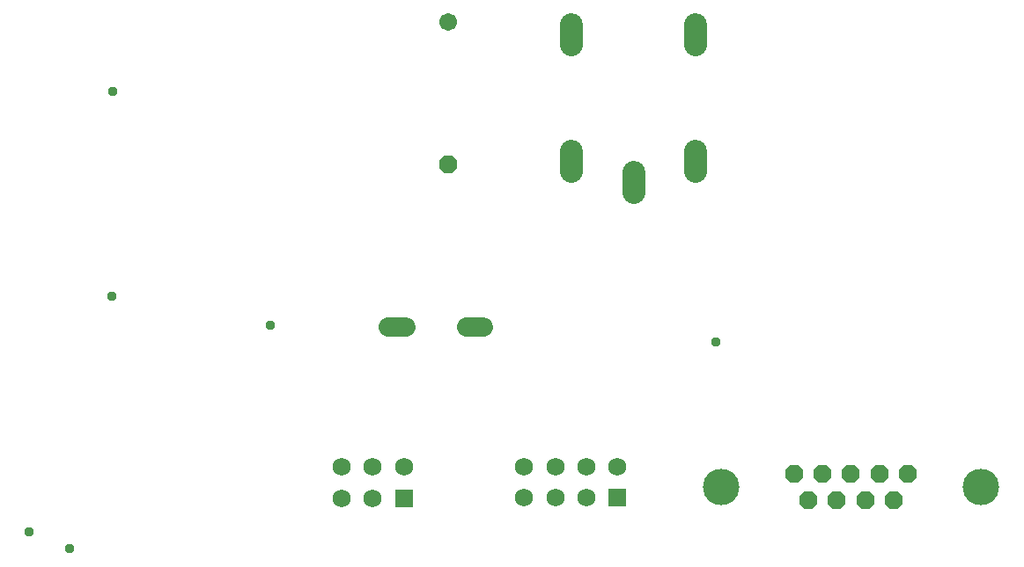
<source format=gbr>
G04 EAGLE Gerber RS-274X export*
G75*
%MOMM*%
%FSLAX34Y34*%
%LPD*%
%INSoldermask Bottom*%
%IPPOS*%
%AMOC8*
5,1,8,0,0,1.08239X$1,22.5*%
G01*
%ADD10P,1.869504X8X202.500000*%
%ADD11C,3.505200*%
%ADD12C,1.733200*%
%ADD13R,1.733200X1.733200*%
%ADD14C,2.184400*%
%ADD15C,1.711200*%
%ADD16P,1.852186X8X292.500000*%
%ADD17C,1.853200*%
%ADD18C,0.959600*%


D10*
X884864Y122700D03*
X857432Y122700D03*
X830000Y122700D03*
X802568Y122700D03*
X775136Y122700D03*
X871148Y97300D03*
X843716Y97300D03*
X816284Y97300D03*
X788852Y97300D03*
D11*
X955222Y110000D03*
X704778Y110000D03*
D12*
X575622Y99652D03*
X575622Y129652D03*
X545622Y99652D03*
X545622Y129652D03*
D13*
X605622Y99652D03*
D12*
X515622Y99652D03*
X605622Y129652D03*
X515622Y129652D03*
D13*
X400000Y99420D03*
D12*
X400000Y129420D03*
X370000Y99420D03*
X340000Y99420D03*
X370000Y129420D03*
X340000Y129420D03*
D14*
X621000Y393844D02*
X621000Y413656D01*
X680690Y414164D02*
X680690Y433976D01*
X561310Y433976D02*
X561310Y414164D01*
X561310Y536084D02*
X561310Y555896D01*
X680690Y555896D02*
X680690Y536084D01*
D15*
X443000Y557800D03*
D16*
X443000Y421200D03*
D17*
X460250Y264000D02*
X476750Y264000D01*
X401750Y264000D02*
X385250Y264000D01*
D18*
X272000Y266000D03*
X700000Y250000D03*
X40000Y67000D03*
X120000Y491000D03*
X79000Y51000D03*
X119000Y294000D03*
M02*

</source>
